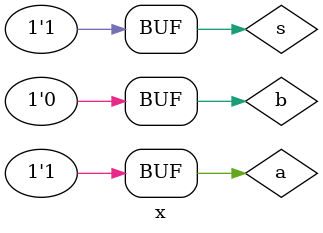
<source format=v>
module p
(
input a,
input b,
input s,
output o);

assign {o} = (s==0)?a:b;

endmodule

module x;
reg a;
reg b;
reg s;
wire o;

p obj(.a(a),.b(b),.s(s),.o(o));

initial begin 
a=1;b=0;
s=0;
#10 s=1;
end

initial begin

$monitor("s=%1b, outpt=%1b",s,o);

end

endmodule

</source>
